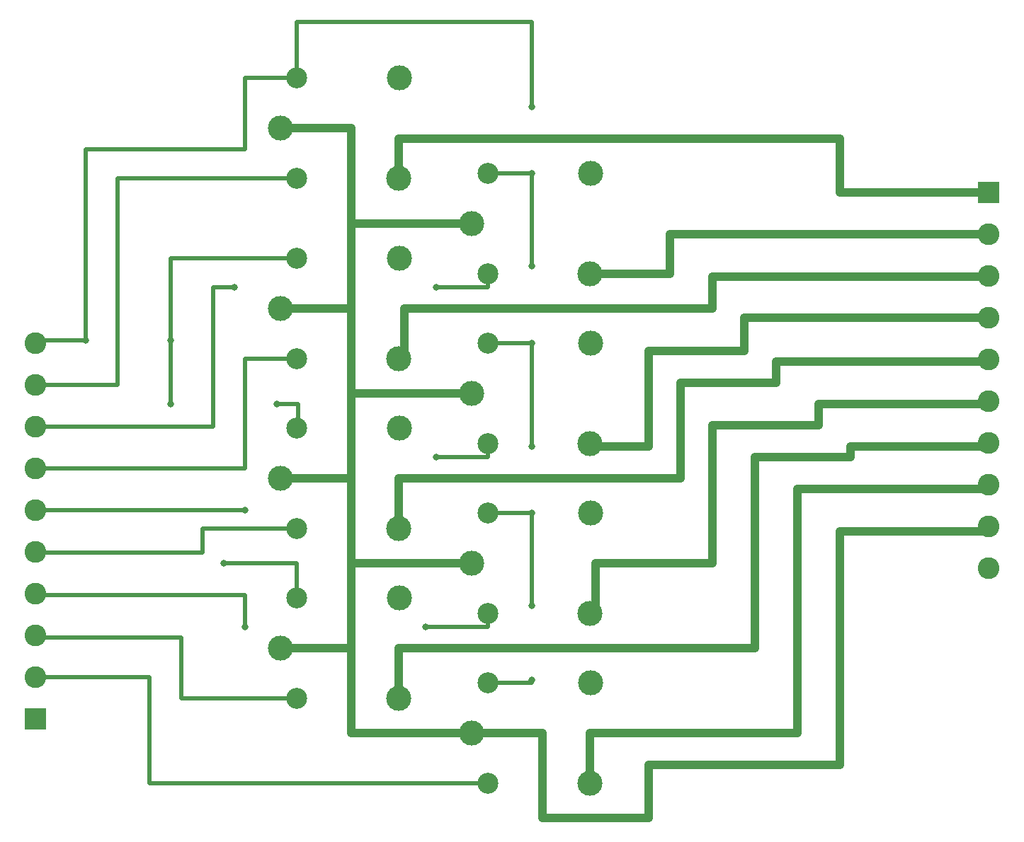
<source format=gbr>
%TF.GenerationSoftware,KiCad,Pcbnew,7.0.8*%
%TF.CreationDate,2024-12-20T13:03:20+01:00*%
%TF.ProjectId,NosacReleja,4e6f7361-6352-4656-9c65-6a612e6b6963,rev?*%
%TF.SameCoordinates,Original*%
%TF.FileFunction,Copper,L1,Top*%
%TF.FilePolarity,Positive*%
%FSLAX46Y46*%
G04 Gerber Fmt 4.6, Leading zero omitted, Abs format (unit mm)*
G04 Created by KiCad (PCBNEW 7.0.8) date 2024-12-20 13:03:20*
%MOMM*%
%LPD*%
G01*
G04 APERTURE LIST*
%TA.AperFunction,ComponentPad*%
%ADD10C,3.000000*%
%TD*%
%TA.AperFunction,ComponentPad*%
%ADD11C,2.500000*%
%TD*%
%TA.AperFunction,ComponentPad*%
%ADD12R,2.600000X2.600000*%
%TD*%
%TA.AperFunction,ComponentPad*%
%ADD13C,2.600000*%
%TD*%
%TA.AperFunction,ViaPad*%
%ADD14C,0.800000*%
%TD*%
%TA.AperFunction,Conductor*%
%ADD15C,0.500000*%
%TD*%
%TA.AperFunction,Conductor*%
%ADD16C,1.000000*%
%TD*%
G04 APERTURE END LIST*
D10*
%TO.P,K6,1*%
%TO.N,Net-(J2-Pin_9)*%
X98180000Y-97790000D03*
D11*
%TO.P,K6,2*%
%TO.N,Net-(J1-Pin_4)*%
X100130000Y-103840000D03*
D10*
%TO.P,K6,3*%
%TO.N,Net-(J2-Pin_6)*%
X112330000Y-103840000D03*
%TO.P,K6,4*%
%TO.N,unconnected-(K6-Pad4)*%
X112380000Y-91790000D03*
D11*
%TO.P,K6,5*%
%TO.N,Net-(J1-Pin_10)*%
X100130000Y-91840000D03*
%TD*%
D12*
%TO.P,J2,1,Pin_1*%
%TO.N,Net-(J2-Pin_1)*%
X160020000Y-53420000D03*
D13*
%TO.P,J2,2,Pin_2*%
%TO.N,Net-(J2-Pin_2)*%
X160020000Y-58420000D03*
%TO.P,J2,3,Pin_3*%
%TO.N,Net-(J2-Pin_3)*%
X160020000Y-63420000D03*
%TO.P,J2,4,Pin_4*%
%TO.N,Net-(J2-Pin_4)*%
X160020000Y-68420000D03*
%TO.P,J2,5,Pin_5*%
%TO.N,Net-(J2-Pin_5)*%
X160020000Y-73420000D03*
%TO.P,J2,6,Pin_6*%
%TO.N,Net-(J2-Pin_6)*%
X160020000Y-78420000D03*
%TO.P,J2,7,Pin_7*%
%TO.N,Net-(J2-Pin_7)*%
X160020000Y-83420000D03*
%TO.P,J2,8,Pin_8*%
%TO.N,Net-(J2-Pin_8)*%
X160020000Y-88420000D03*
%TO.P,J2,9,Pin_9*%
%TO.N,Net-(J2-Pin_9)*%
X160020000Y-93420000D03*
%TO.P,J2,10,Pin_10*%
%TO.N,unconnected-(J2-Pin_10-Pad10)*%
X160020000Y-98420000D03*
%TD*%
D10*
%TO.P,K8,1*%
%TO.N,Net-(J2-Pin_9)*%
X98180000Y-118110000D03*
D11*
%TO.P,K8,2*%
%TO.N,Net-(J1-Pin_2)*%
X100130000Y-124160000D03*
D10*
%TO.P,K8,3*%
%TO.N,Net-(J2-Pin_8)*%
X112330000Y-124160000D03*
%TO.P,K8,4*%
%TO.N,unconnected-(K8-Pad4)*%
X112380000Y-112110000D03*
D11*
%TO.P,K8,5*%
%TO.N,Net-(J1-Pin_10)*%
X100130000Y-112160000D03*
%TD*%
D10*
%TO.P,K3,1*%
%TO.N,Net-(J2-Pin_9)*%
X75320000Y-67310000D03*
D11*
%TO.P,K3,2*%
%TO.N,Net-(J1-Pin_7)*%
X77270000Y-73360000D03*
D10*
%TO.P,K3,3*%
%TO.N,Net-(J2-Pin_3)*%
X89470000Y-73360000D03*
%TO.P,K3,4*%
%TO.N,unconnected-(K3-Pad4)*%
X89520000Y-61310000D03*
D11*
%TO.P,K3,5*%
%TO.N,Net-(J1-Pin_10)*%
X77270000Y-61360000D03*
%TD*%
D12*
%TO.P,J1,1,Pin_1*%
%TO.N,unconnected-(J1-Pin_1-Pad1)*%
X46025000Y-116480000D03*
D13*
%TO.P,J1,2,Pin_2*%
%TO.N,Net-(J1-Pin_2)*%
X46025000Y-111480000D03*
%TO.P,J1,3,Pin_3*%
%TO.N,Net-(J1-Pin_3)*%
X46025000Y-106480000D03*
%TO.P,J1,4,Pin_4*%
%TO.N,Net-(J1-Pin_4)*%
X46025000Y-101480000D03*
%TO.P,J1,5,Pin_5*%
%TO.N,Net-(J1-Pin_5)*%
X46025000Y-96480000D03*
%TO.P,J1,6,Pin_6*%
%TO.N,Net-(J1-Pin_6)*%
X46025000Y-91480000D03*
%TO.P,J1,7,Pin_7*%
%TO.N,Net-(J1-Pin_7)*%
X46025000Y-86480000D03*
%TO.P,J1,8,Pin_8*%
%TO.N,Net-(J1-Pin_8)*%
X46025000Y-81480000D03*
%TO.P,J1,9,Pin_9*%
%TO.N,Net-(J1-Pin_9)*%
X46025000Y-76480000D03*
%TO.P,J1,10,Pin_10*%
%TO.N,Net-(J1-Pin_10)*%
X46025000Y-71480000D03*
%TD*%
D10*
%TO.P,K5,1*%
%TO.N,Net-(J2-Pin_9)*%
X75320000Y-87630000D03*
D11*
%TO.P,K5,2*%
%TO.N,Net-(J1-Pin_5)*%
X77270000Y-93680000D03*
D10*
%TO.P,K5,3*%
%TO.N,Net-(J2-Pin_5)*%
X89470000Y-93680000D03*
%TO.P,K5,4*%
%TO.N,unconnected-(K5-Pad4)*%
X89520000Y-81630000D03*
D11*
%TO.P,K5,5*%
%TO.N,Net-(J1-Pin_10)*%
X77270000Y-81680000D03*
%TD*%
D10*
%TO.P,K1,1*%
%TO.N,Net-(J2-Pin_9)*%
X75320000Y-45720000D03*
D11*
%TO.P,K1,2*%
%TO.N,Net-(J1-Pin_9)*%
X77270000Y-51770000D03*
D10*
%TO.P,K1,3*%
%TO.N,Net-(J2-Pin_1)*%
X89470000Y-51770000D03*
%TO.P,K1,4*%
%TO.N,unconnected-(K1-Pad4)*%
X89520000Y-39720000D03*
D11*
%TO.P,K1,5*%
%TO.N,Net-(J1-Pin_10)*%
X77270000Y-39770000D03*
%TD*%
D10*
%TO.P,K2,1*%
%TO.N,Net-(J2-Pin_9)*%
X98180000Y-57150000D03*
D11*
%TO.P,K2,2*%
%TO.N,Net-(J1-Pin_8)*%
X100130000Y-63200000D03*
D10*
%TO.P,K2,3*%
%TO.N,Net-(J2-Pin_2)*%
X112330000Y-63200000D03*
%TO.P,K2,4*%
%TO.N,unconnected-(K2-Pad4)*%
X112380000Y-51150000D03*
D11*
%TO.P,K2,5*%
%TO.N,Net-(J1-Pin_10)*%
X100130000Y-51200000D03*
%TD*%
D10*
%TO.P,K7,1*%
%TO.N,Net-(J2-Pin_9)*%
X75320000Y-107950000D03*
D11*
%TO.P,K7,2*%
%TO.N,Net-(J1-Pin_3)*%
X77270000Y-114000000D03*
D10*
%TO.P,K7,3*%
%TO.N,Net-(J2-Pin_7)*%
X89470000Y-114000000D03*
%TO.P,K7,4*%
%TO.N,unconnected-(K7-Pad4)*%
X89520000Y-101950000D03*
D11*
%TO.P,K7,5*%
%TO.N,Net-(J1-Pin_10)*%
X77270000Y-102000000D03*
%TD*%
D10*
%TO.P,K4,1*%
%TO.N,Net-(J2-Pin_9)*%
X98180000Y-77470000D03*
D11*
%TO.P,K4,2*%
%TO.N,Net-(J1-Pin_6)*%
X100130000Y-83520000D03*
D10*
%TO.P,K4,3*%
%TO.N,Net-(J2-Pin_4)*%
X112330000Y-83520000D03*
%TO.P,K4,4*%
%TO.N,unconnected-(K4-Pad4)*%
X112380000Y-71470000D03*
D11*
%TO.P,K4,5*%
%TO.N,Net-(J1-Pin_10)*%
X100130000Y-71520000D03*
%TD*%
D14*
%TO.N,Net-(J1-Pin_4)*%
X92710000Y-105410000D03*
X71120000Y-105410000D03*
%TO.N,Net-(J1-Pin_6)*%
X93980000Y-85090000D03*
X71120000Y-91440000D03*
%TO.N,Net-(J1-Pin_8)*%
X93980000Y-64770000D03*
X69850000Y-64770000D03*
%TO.N,Net-(J1-Pin_10)*%
X105410000Y-71520000D03*
X105410000Y-102870000D03*
X52070000Y-71120000D03*
X68580000Y-97790000D03*
X105410000Y-111760000D03*
X62230000Y-71120000D03*
X62230000Y-71120000D03*
X62230000Y-78740000D03*
X105410000Y-83820000D03*
X62230000Y-71120000D03*
X105410000Y-62230000D03*
X74930000Y-78740000D03*
X105410000Y-43180000D03*
X52070000Y-71120000D03*
X52070000Y-71120000D03*
X105410000Y-51200000D03*
X105410000Y-91840000D03*
%TD*%
D15*
%TO.N,Net-(J1-Pin_2)*%
X59690000Y-124160000D02*
X59690000Y-111480000D01*
X59690000Y-111480000D02*
X46025000Y-111480000D01*
X100130000Y-124160000D02*
X59690000Y-124160000D01*
%TO.N,Net-(J1-Pin_3)*%
X63500000Y-114000000D02*
X63500000Y-106680000D01*
X46025000Y-106680000D02*
X46025000Y-106480000D01*
X77270000Y-114000000D02*
X63500000Y-114000000D01*
X63500000Y-106680000D02*
X46025000Y-106680000D01*
%TO.N,Net-(J1-Pin_4)*%
X71120000Y-105410000D02*
X71120000Y-101600000D01*
X100130000Y-103840000D02*
X100130000Y-105410000D01*
X100130000Y-105410000D02*
X92710000Y-105410000D01*
X46025000Y-101600000D02*
X46025000Y-101480000D01*
X71120000Y-101600000D02*
X46025000Y-101600000D01*
%TO.N,Net-(J1-Pin_5)*%
X66040000Y-96520000D02*
X46025000Y-96520000D01*
X46025000Y-96520000D02*
X46025000Y-96480000D01*
X66040000Y-93680000D02*
X66040000Y-96520000D01*
X77270000Y-93680000D02*
X66040000Y-93680000D01*
%TO.N,Net-(J1-Pin_6)*%
X71120000Y-91440000D02*
X46025000Y-91440000D01*
X100130000Y-85090000D02*
X93980000Y-85090000D01*
X46025000Y-91440000D02*
X46025000Y-91480000D01*
X100130000Y-83520000D02*
X100130000Y-85090000D01*
%TO.N,Net-(J1-Pin_7)*%
X71120000Y-86480000D02*
X46025000Y-86480000D01*
X77270000Y-73360000D02*
X71120000Y-73360000D01*
X71120000Y-73360000D02*
X71120000Y-86480000D01*
%TO.N,Net-(J1-Pin_8)*%
X69850000Y-64770000D02*
X67310000Y-64770000D01*
X100130000Y-63200000D02*
X100130000Y-64770000D01*
X67310000Y-81480000D02*
X46025000Y-81480000D01*
X100130000Y-64770000D02*
X93980000Y-64770000D01*
X67310000Y-64770000D02*
X67310000Y-81480000D01*
%TO.N,Net-(J1-Pin_9)*%
X77270000Y-51770000D02*
X55880000Y-51770000D01*
X55880000Y-51770000D02*
X55880000Y-76480000D01*
X55880000Y-76480000D02*
X46025000Y-76480000D01*
%TO.N,Net-(J1-Pin_10)*%
X71120000Y-48260000D02*
X52070000Y-48260000D01*
X105410000Y-33020000D02*
X77270000Y-33020000D01*
X105410000Y-62230000D02*
X105410000Y-51200000D01*
X77270000Y-102000000D02*
X77270000Y-97790000D01*
X105410000Y-51200000D02*
X100130000Y-51200000D01*
X105410000Y-83820000D02*
X105410000Y-71520000D01*
X105410000Y-43180000D02*
X105410000Y-33020000D01*
X71120000Y-39770000D02*
X71120000Y-48260000D01*
X77270000Y-33020000D02*
X77270000Y-39770000D01*
X52070000Y-71120000D02*
X46025000Y-71120000D01*
X74930000Y-78740000D02*
X77470000Y-78740000D01*
X62230000Y-61360000D02*
X62230000Y-78740000D01*
X77270000Y-97790000D02*
X68580000Y-97790000D01*
X46025000Y-71120000D02*
X46025000Y-71480000D01*
X105410000Y-102870000D02*
X105410000Y-91840000D01*
X77470000Y-81680000D02*
X77270000Y-81680000D01*
X105410000Y-71520000D02*
X100130000Y-71520000D01*
X52070000Y-48260000D02*
X52070000Y-71120000D01*
X77270000Y-39770000D02*
X71120000Y-39770000D01*
X77270000Y-61360000D02*
X62230000Y-61360000D01*
X105410000Y-91840000D02*
X100130000Y-91840000D01*
X105410000Y-112160000D02*
X105410000Y-111760000D01*
X77470000Y-78740000D02*
X77470000Y-81680000D01*
X100130000Y-112160000D02*
X105410000Y-112160000D01*
D16*
%TO.N,Net-(J2-Pin_1)*%
X142240000Y-53420000D02*
X160020000Y-53420000D01*
X89470000Y-46990000D02*
X142240000Y-46990000D01*
X142240000Y-46990000D02*
X142240000Y-53420000D01*
X89470000Y-51770000D02*
X89470000Y-46990000D01*
%TO.N,Net-(J2-Pin_2)*%
X121920000Y-63200000D02*
X121920000Y-58420000D01*
X112330000Y-63200000D02*
X121920000Y-63200000D01*
X121920000Y-58420000D02*
X160020000Y-58420000D01*
%TO.N,Net-(J2-Pin_3)*%
X90170000Y-67310000D02*
X127000000Y-67310000D01*
X90170000Y-73360000D02*
X90170000Y-67310000D01*
X89470000Y-73360000D02*
X90170000Y-73360000D01*
X127000000Y-67310000D02*
X127000000Y-63500000D01*
X127000000Y-63500000D02*
X160020000Y-63500000D01*
X160020000Y-63500000D02*
X160020000Y-63420000D01*
%TO.N,Net-(J2-Pin_4)*%
X130810000Y-68420000D02*
X130810000Y-72390000D01*
X119380000Y-83820000D02*
X112330000Y-83820000D01*
X112330000Y-83820000D02*
X112330000Y-83520000D01*
X160020000Y-68420000D02*
X130810000Y-68420000D01*
X119380000Y-72390000D02*
X119380000Y-83820000D01*
X130810000Y-72390000D02*
X119380000Y-72390000D01*
%TO.N,Net-(J2-Pin_5)*%
X89470000Y-87630000D02*
X123190000Y-87630000D01*
X134620000Y-76200000D02*
X134620000Y-73660000D01*
X123190000Y-76200000D02*
X134620000Y-76200000D01*
X123190000Y-87630000D02*
X123190000Y-76200000D01*
X160020000Y-73660000D02*
X160020000Y-73420000D01*
X89470000Y-93680000D02*
X89470000Y-87630000D01*
X134620000Y-73660000D02*
X160020000Y-73660000D01*
%TO.N,Net-(J2-Pin_6)*%
X139700000Y-78740000D02*
X160020000Y-78740000D01*
X127000000Y-81280000D02*
X139700000Y-81280000D01*
X139700000Y-81280000D02*
X139700000Y-78740000D01*
X112330000Y-103840000D02*
X113030000Y-103840000D01*
X160020000Y-78740000D02*
X160020000Y-78420000D01*
X113030000Y-97790000D02*
X127000000Y-97790000D01*
X127000000Y-97790000D02*
X127000000Y-81280000D01*
X113030000Y-103840000D02*
X113030000Y-97790000D01*
%TO.N,Net-(J2-Pin_7)*%
X132080000Y-107950000D02*
X132080000Y-85090000D01*
X132080000Y-85090000D02*
X143510000Y-85090000D01*
X143510000Y-85090000D02*
X143510000Y-83820000D01*
X89470000Y-114000000D02*
X89470000Y-107950000D01*
X160020000Y-83820000D02*
X160020000Y-83420000D01*
X89470000Y-107950000D02*
X132080000Y-107950000D01*
X143510000Y-83820000D02*
X160020000Y-83820000D01*
%TO.N,Net-(J2-Pin_8)*%
X137160000Y-88900000D02*
X160020000Y-88900000D01*
X137160000Y-118110000D02*
X137160000Y-88900000D01*
X112330000Y-118110000D02*
X137160000Y-118110000D01*
X112330000Y-124160000D02*
X112330000Y-118110000D01*
X160020000Y-88900000D02*
X160020000Y-88420000D01*
%TO.N,Net-(J2-Pin_9)*%
X83820000Y-67310000D02*
X83820000Y-57150000D01*
X119380000Y-121920000D02*
X142240000Y-121920000D01*
X98180000Y-97790000D02*
X83820000Y-97790000D01*
X98180000Y-118110000D02*
X106680000Y-118110000D01*
X98180000Y-77470000D02*
X83820000Y-77470000D01*
X83820000Y-87630000D02*
X83820000Y-77470000D01*
X83820000Y-87630000D02*
X75320000Y-87630000D01*
X106680000Y-128270000D02*
X119380000Y-128270000D01*
X75320000Y-67310000D02*
X83820000Y-67310000D01*
X142240000Y-93980000D02*
X160020000Y-93980000D01*
X83820000Y-97790000D02*
X83820000Y-87630000D01*
X142240000Y-121920000D02*
X142240000Y-93980000D01*
X83820000Y-107950000D02*
X83820000Y-97790000D01*
X83820000Y-57150000D02*
X83820000Y-45720000D01*
X83820000Y-77470000D02*
X83820000Y-67310000D01*
X83820000Y-107950000D02*
X75320000Y-107950000D01*
X98180000Y-57150000D02*
X83820000Y-57150000D01*
X119380000Y-128270000D02*
X119380000Y-121920000D01*
X160020000Y-93980000D02*
X160020000Y-93420000D01*
X98180000Y-118110000D02*
X83820000Y-118110000D01*
X83820000Y-45720000D02*
X75320000Y-45720000D01*
X106680000Y-118110000D02*
X106680000Y-128270000D01*
X83820000Y-118110000D02*
X83820000Y-107950000D01*
%TD*%
M02*

</source>
